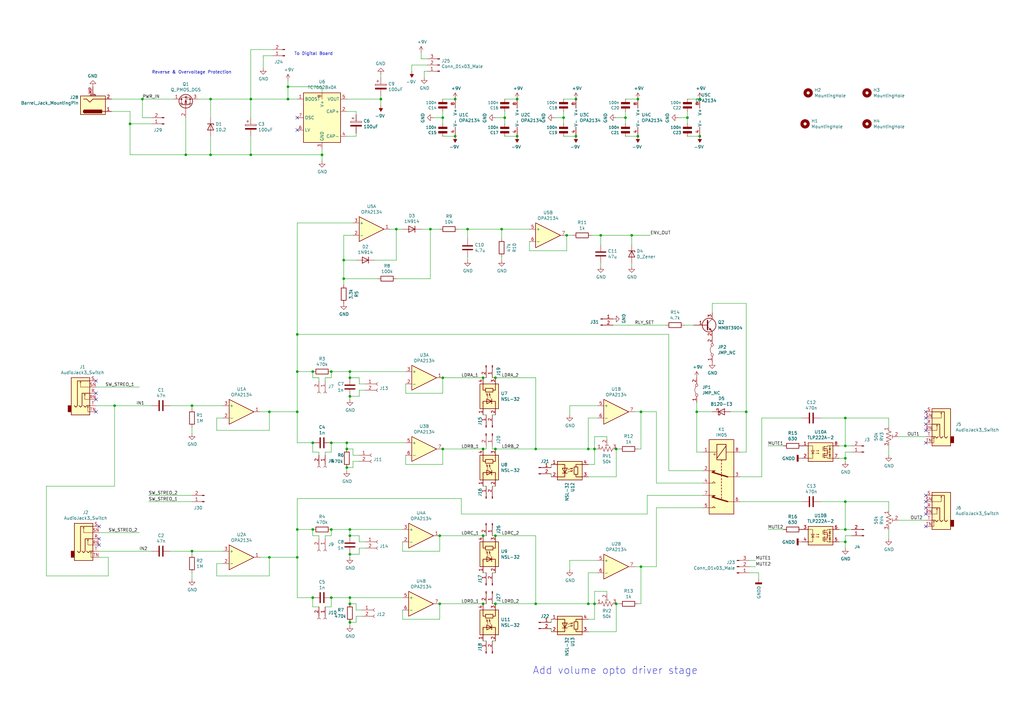
<source format=kicad_sch>
(kicad_sch (version 20211123) (generator eeschema)
  (paper "A3")
  (junction (at 261.62 55.88))
  (junction (at 156.21 40.64))
  (junction (at 306.07 168.91))
  (junction (at 143.51 255.27))
  (junction (at 121.92 168.91))
  (junction (at 128.27 245.11))
  (junction (at 176.53 93.98))
  (junction (at 262.89 168.91))
  (junction (at 243.84 184.15))
  (junction (at 102.87 40.64))
  (junction (at 110.49 168.91))
  (junction (at 203.2 247.65))
  (junction (at 121.92 228.6))
  (junction (at 212.09 40.64))
  (junction (at 135.89 217.17))
  (junction (at 186.69 55.88))
  (junction (at 143.51 219.71))
  (junction (at 140.97 106.68))
  (junction (at 236.22 40.64))
  (junction (at 78.74 166.37))
  (junction (at 241.3 247.65))
  (junction (at 135.89 245.11))
  (junction (at 135.89 181.61))
  (junction (at 212.09 55.88))
  (junction (at 241.3 184.15))
  (junction (at 143.51 162.56))
  (junction (at 110.49 228.6))
  (junction (at 252.73 247.65))
  (junction (at 143.51 217.17))
  (junction (at 102.87 63.5))
  (junction (at 181.61 154.94))
  (junction (at 132.08 63.5))
  (junction (at 231.14 48.26))
  (junction (at 135.89 152.4))
  (junction (at 118.11 40.64))
  (junction (at 191.77 93.98))
  (junction (at 203.2 184.15))
  (junction (at 76.2 63.5))
  (junction (at 53.34 50.8))
  (junction (at 143.51 154.94))
  (junction (at 219.71 247.65))
  (junction (at 346.71 171.45))
  (junction (at 219.71 184.15))
  (junction (at 236.22 55.88))
  (junction (at 232.41 96.52))
  (junction (at 198.12 154.94))
  (junction (at 143.51 247.65))
  (junction (at 346.71 205.74))
  (junction (at 259.08 96.52))
  (junction (at 180.34 219.71))
  (junction (at 143.51 152.4))
  (junction (at 186.69 40.64))
  (junction (at 142.24 191.77))
  (junction (at 58.42 40.64))
  (junction (at 140.97 114.3))
  (junction (at 262.89 232.41))
  (junction (at 207.01 48.26))
  (junction (at 86.36 63.5))
  (junction (at 118.11 35.56))
  (junction (at 346.71 187.96))
  (junction (at 86.36 40.64))
  (junction (at 346.71 222.25))
  (junction (at 121.92 137.16))
  (junction (at 181.61 48.26))
  (junction (at 198.12 247.65))
  (junction (at 128.27 217.17))
  (junction (at 180.34 247.65))
  (junction (at 181.61 184.15))
  (junction (at 287.02 55.88))
  (junction (at 143.51 245.11))
  (junction (at 261.62 40.64))
  (junction (at 281.94 48.26))
  (junction (at 205.74 93.98))
  (junction (at 256.54 48.26))
  (junction (at 287.02 40.64))
  (junction (at 198.12 219.71))
  (junction (at 121.92 152.4))
  (junction (at 346.71 217.17))
  (junction (at 198.12 184.15))
  (junction (at 243.84 247.65))
  (junction (at 346.71 182.88))
  (junction (at 142.24 184.15))
  (junction (at 285.75 168.91))
  (junction (at 128.27 181.61))
  (junction (at 252.73 184.15))
  (junction (at 203.2 219.71))
  (junction (at 121.92 217.17))
  (junction (at 246.38 96.52))
  (junction (at 78.74 226.06))
  (junction (at 142.24 181.61))
  (junction (at 203.2 154.94))
  (junction (at 46.99 166.37))
  (junction (at 128.27 152.4))
  (junction (at 162.56 93.98))
  (junction (at 143.51 227.33))
  (no_connect (at 39.37 163.83))
  (no_connect (at 121.92 53.34))
  (no_connect (at 379.73 168.91))
  (no_connect (at 379.73 176.53))
  (no_connect (at 379.73 171.45))
  (no_connect (at 39.37 168.91))
  (no_connect (at 40.64 215.9))
  (no_connect (at 379.73 210.82))
  (no_connect (at 40.64 223.52))
  (no_connect (at 39.37 161.29))
  (no_connect (at 379.73 208.28))
  (no_connect (at 40.64 220.98))
  (no_connect (at 379.73 205.74))
  (no_connect (at 379.73 173.99))
  (no_connect (at 121.92 48.26))
  (no_connect (at 379.73 181.61))
  (no_connect (at 39.37 156.21))
  (no_connect (at 379.73 215.9))
  (no_connect (at 379.73 203.2))
  (wire (pts (xy 176.53 93.98) (xy 172.72 93.98)))
  (wire (pts (xy 256.54 50.8) (xy 256.54 48.26)))
  (wire (pts (xy 143.51 256.54) (xy 143.51 255.27)))
  (wire (pts (xy 243.84 179.07) (xy 243.84 184.15)))
  (wire (pts (xy 251.46 133.35) (xy 273.05 133.35)))
  (wire (pts (xy 146.05 252.73) (xy 146.05 255.27)))
  (wire (pts (xy 86.36 40.64) (xy 102.87 40.64)))
  (wire (pts (xy 165.1 226.06) (xy 180.34 226.06)))
  (wire (pts (xy 78.74 227.33) (xy 78.74 226.06)))
  (wire (pts (xy 86.36 63.5) (xy 102.87 63.5)))
  (wire (pts (xy 233.68 166.37) (xy 233.68 170.18)))
  (wire (pts (xy 140.97 96.52) (xy 140.97 106.68)))
  (wire (pts (xy 344.17 182.88) (xy 346.71 182.88)))
  (wire (pts (xy 149.86 157.48) (xy 147.32 157.48)))
  (wire (pts (xy 146.05 55.88) (xy 146.05 54.61)))
  (wire (pts (xy 86.36 48.26) (xy 86.36 40.64)))
  (wire (pts (xy 132.08 63.5) (xy 132.08 66.04)))
  (wire (pts (xy 269.24 208.28) (xy 269.24 232.41)))
  (wire (pts (xy 205.74 97.79) (xy 205.74 93.98)))
  (wire (pts (xy 281.94 40.64) (xy 287.02 40.64)))
  (wire (pts (xy 181.61 154.94) (xy 198.12 154.94)))
  (wire (pts (xy 106.68 168.91) (xy 110.49 168.91)))
  (wire (pts (xy 288.29 198.12) (xy 269.24 198.12)))
  (wire (pts (xy 201.93 234.95) (xy 203.2 234.95)))
  (wire (pts (xy 144.78 184.15) (xy 142.24 184.15)))
  (wire (pts (xy 189.23 204.47) (xy 189.23 210.82)))
  (wire (pts (xy 201.93 262.89) (xy 203.2 262.89)))
  (wire (pts (xy 252.73 259.08) (xy 252.73 247.65)))
  (wire (pts (xy 328.93 205.74) (xy 303.53 205.74)))
  (wire (pts (xy 128.27 217.17) (xy 121.92 217.17)))
  (wire (pts (xy 143.51 247.65) (xy 143.51 245.11)))
  (wire (pts (xy 140.97 114.3) (xy 140.97 116.84)))
  (wire (pts (xy 143.51 163.83) (xy 143.51 162.56)))
  (wire (pts (xy 262.89 168.91) (xy 260.35 168.91)))
  (wire (pts (xy 177.8 48.26) (xy 181.61 48.26)))
  (wire (pts (xy 166.37 190.5) (xy 181.61 190.5)))
  (wire (pts (xy 121.92 137.16) (xy 121.92 91.44)))
  (wire (pts (xy 46.99 166.37) (xy 62.23 166.37)))
  (wire (pts (xy 203.2 184.15) (xy 219.71 184.15)))
  (wire (pts (xy 344.17 222.25) (xy 346.71 222.25)))
  (wire (pts (xy 156.21 30.48) (xy 156.21 31.75)))
  (wire (pts (xy 121.92 204.47) (xy 189.23 204.47)))
  (wire (pts (xy 328.93 171.45) (xy 312.42 171.45)))
  (wire (pts (xy 243.84 184.15) (xy 245.11 184.15)))
  (wire (pts (xy 285.75 185.42) (xy 288.29 185.42)))
  (wire (pts (xy 135.89 154.94) (xy 135.89 152.4)))
  (wire (pts (xy 143.51 228.6) (xy 143.51 227.33)))
  (wire (pts (xy 181.61 40.64) (xy 186.69 40.64)))
  (wire (pts (xy 78.74 237.49) (xy 78.74 234.95)))
  (wire (pts (xy 241.3 195.58) (xy 252.73 195.58)))
  (wire (pts (xy 102.87 48.26) (xy 102.87 40.64)))
  (wire (pts (xy 143.51 217.17) (xy 165.1 217.17)))
  (wire (pts (xy 306.07 168.91) (xy 306.07 185.42)))
  (wire (pts (xy 156.21 39.37) (xy 156.21 40.64)))
  (wire (pts (xy 269.24 232.41) (xy 262.89 232.41)))
  (wire (pts (xy 135.89 217.17) (xy 143.51 217.17)))
  (wire (pts (xy 252.73 247.65) (xy 254 247.65)))
  (wire (pts (xy 162.56 106.68) (xy 162.56 93.98)))
  (wire (pts (xy 53.34 50.8) (xy 53.34 63.5)))
  (wire (pts (xy 199.39 154.94) (xy 198.12 154.94)))
  (wire (pts (xy 121.92 204.47) (xy 121.92 217.17)))
  (wire (pts (xy 133.35 154.94) (xy 135.89 154.94)))
  (wire (pts (xy 62.23 50.8) (xy 53.34 50.8)))
  (wire (pts (xy 248.92 180.34) (xy 248.92 179.07)))
  (wire (pts (xy 245.11 229.87) (xy 233.68 229.87)))
  (wire (pts (xy 285.75 165.1) (xy 285.75 168.91)))
  (wire (pts (xy 243.84 242.57) (xy 243.84 247.65)))
  (wire (pts (xy 132.08 60.96) (xy 132.08 63.5)))
  (wire (pts (xy 140.97 114.3) (xy 140.97 106.68)))
  (wire (pts (xy 203.2 247.65) (xy 219.71 247.65)))
  (wire (pts (xy 203.2 219.71) (xy 219.71 219.71)))
  (wire (pts (xy 314.96 182.88) (xy 321.31 182.88)))
  (wire (pts (xy 160.02 93.98) (xy 162.56 93.98)))
  (wire (pts (xy 133.35 220.98) (xy 133.35 219.71)))
  (wire (pts (xy 306.07 185.42) (xy 303.53 185.42)))
  (wire (pts (xy 261.62 184.15) (xy 262.89 184.15)))
  (wire (pts (xy 133.35 185.42) (xy 135.89 185.42)))
  (wire (pts (xy 180.34 254) (xy 180.34 247.65)))
  (wire (pts (xy 266.7 96.52) (xy 259.08 96.52)))
  (wire (pts (xy 121.92 181.61) (xy 128.27 181.61)))
  (wire (pts (xy 58.42 48.26) (xy 58.42 40.64)))
  (wire (pts (xy 336.55 171.45) (xy 346.71 171.45)))
  (wire (pts (xy 78.74 166.37) (xy 91.44 166.37)))
  (wire (pts (xy 259.08 107.95) (xy 259.08 109.22)))
  (wire (pts (xy 349.25 185.42) (xy 346.71 185.42)))
  (wire (pts (xy 78.74 203.2) (xy 60.96 203.2)))
  (wire (pts (xy 191.77 97.79) (xy 191.77 93.98)))
  (wire (pts (xy 88.9 171.45) (xy 88.9 176.53)))
  (wire (pts (xy 245.11 234.95) (xy 241.3 234.95)))
  (wire (pts (xy 110.49 228.6) (xy 121.92 228.6)))
  (wire (pts (xy 181.61 50.8) (xy 181.61 48.26)))
  (wire (pts (xy 107.95 22.86) (xy 111.76 22.86)))
  (wire (pts (xy 78.74 226.06) (xy 69.85 226.06)))
  (wire (pts (xy 241.3 254) (xy 243.84 254)))
  (wire (pts (xy 166.37 152.4) (xy 143.51 152.4)))
  (wire (pts (xy 241.3 259.08) (xy 252.73 259.08)))
  (wire (pts (xy 58.42 40.64) (xy 71.12 40.64)))
  (wire (pts (xy 143.51 245.11) (xy 165.1 245.11)))
  (wire (pts (xy 166.37 186.69) (xy 166.37 190.5)))
  (wire (pts (xy 346.71 205.74) (xy 364.49 205.74)))
  (wire (pts (xy 207.01 55.88) (xy 212.09 55.88)))
  (wire (pts (xy 166.37 157.48) (xy 166.37 161.29)))
  (wire (pts (xy 144.78 186.69) (xy 144.78 184.15)))
  (wire (pts (xy 261.62 247.65) (xy 262.89 247.65)))
  (wire (pts (xy 110.49 228.6) (xy 106.68 228.6)))
  (wire (pts (xy 243.84 190.5) (xy 243.84 184.15)))
  (wire (pts (xy 154.94 114.3) (xy 140.97 114.3)))
  (wire (pts (xy 146.05 45.72) (xy 142.24 45.72)))
  (wire (pts (xy 135.89 181.61) (xy 142.24 181.61)))
  (wire (pts (xy 245.11 171.45) (xy 241.3 171.45)))
  (wire (pts (xy 346.71 219.71) (xy 346.71 222.25)))
  (wire (pts (xy 201.93 182.88) (xy 201.93 184.15)))
  (wire (pts (xy 226.06 255.27) (xy 226.06 254)))
  (wire (pts (xy 135.89 152.4) (xy 143.51 152.4)))
  (wire (pts (xy 217.17 99.06) (xy 217.17 102.87)))
  (wire (pts (xy 368.3 213.36) (xy 379.73 213.36)))
  (wire (pts (xy 201.93 170.18) (xy 203.2 170.18)))
  (wire (pts (xy 307.34 229.87) (xy 309.88 229.87)))
  (wire (pts (xy 133.35 248.92) (xy 135.89 248.92)))
  (wire (pts (xy 307.34 232.41) (xy 309.88 232.41)))
  (wire (pts (xy 147.32 186.69) (xy 144.78 186.69)))
  (wire (pts (xy 132.08 38.1) (xy 132.08 35.56)))
  (wire (pts (xy 165.1 93.98) (xy 162.56 93.98)))
  (wire (pts (xy 181.61 190.5) (xy 181.61 184.15)))
  (wire (pts (xy 246.38 109.22) (xy 246.38 107.95)))
  (wire (pts (xy 46.99 199.39) (xy 19.05 199.39)))
  (wire (pts (xy 252.73 195.58) (xy 252.73 184.15)))
  (wire (pts (xy 147.32 219.71) (xy 143.51 219.71)))
  (wire (pts (xy 86.36 55.88) (xy 86.36 63.5)))
  (wire (pts (xy 187.96 93.98) (xy 191.77 93.98)))
  (wire (pts (xy 128.27 154.94) (xy 128.27 152.4)))
  (wire (pts (xy 346.71 185.42) (xy 346.71 187.96)))
  (wire (pts (xy 241.3 190.5) (xy 243.84 190.5)))
  (wire (pts (xy 349.25 219.71) (xy 346.71 219.71)))
  (wire (pts (xy 205.74 93.98) (xy 191.77 93.98)))
  (wire (pts (xy 189.23 210.82) (xy 265.43 210.82)))
  (wire (pts (xy 165.1 254) (xy 180.34 254)))
  (wire (pts (xy 19.05 199.39) (xy 19.05 236.22)))
  (wire (pts (xy 269.24 198.12) (xy 269.24 168.91)))
  (wire (pts (xy 53.34 45.72) (xy 53.34 50.8)))
  (wire (pts (xy 110.49 236.22) (xy 110.49 228.6)))
  (wire (pts (xy 175.26 26.67) (xy 168.91 26.67)))
  (wire (pts (xy 364.49 220.98) (xy 364.49 217.17)))
  (wire (pts (xy 172.72 21.59) (xy 172.72 24.13)))
  (wire (pts (xy 180.34 247.65) (xy 198.12 247.65)))
  (wire (pts (xy 248.92 242.57) (xy 243.84 242.57)))
  (wire (pts (xy 207.01 40.64) (xy 212.09 40.64)))
  (wire (pts (xy 336.55 205.74) (xy 346.71 205.74)))
  (wire (pts (xy 226.06 194.31) (xy 226.06 195.58)))
  (wire (pts (xy 248.92 179.07) (xy 243.84 179.07)))
  (wire (pts (xy 149.86 160.02) (xy 147.32 160.02)))
  (wire (pts (xy 147.32 222.25) (xy 147.32 219.71)))
  (wire (pts (xy 262.89 232.41) (xy 260.35 232.41)))
  (wire (pts (xy 219.71 219.71) (xy 219.71 247.65)))
  (wire (pts (xy 91.44 231.14) (xy 88.9 231.14)))
  (wire (pts (xy 88.9 176.53) (xy 110.49 176.53)))
  (wire (pts (xy 245.11 166.37) (xy 233.68 166.37)))
  (wire (pts (xy 201.93 184.15) (xy 203.2 184.15)))
  (wire (pts (xy 121.92 152.4) (xy 121.92 168.91)))
  (wire (pts (xy 110.49 176.53) (xy 110.49 168.91)))
  (wire (pts (xy 39.37 158.75) (xy 57.15 158.75)))
  (wire (pts (xy 147.32 227.33) (xy 143.51 227.33)))
  (wire (pts (xy 346.71 217.17) (xy 349.25 217.17)))
  (wire (pts (xy 262.89 232.41) (xy 262.89 247.65)))
  (wire (pts (xy 121.92 137.16) (xy 121.92 152.4)))
  (wire (pts (xy 166.37 161.29) (xy 181.61 161.29)))
  (wire (pts (xy 142.24 55.88) (xy 146.05 55.88)))
  (wire (pts (xy 102.87 20.32) (xy 111.76 20.32)))
  (wire (pts (xy 199.39 199.39) (xy 198.12 199.39)))
  (wire (pts (xy 118.11 33.02) (xy 118.11 35.56)))
  (wire (pts (xy 262.89 168.91) (xy 262.89 184.15)))
  (wire (pts (xy 285.75 168.91) (xy 285.75 185.42)))
  (wire (pts (xy 176.53 114.3) (xy 176.53 93.98)))
  (wire (pts (xy 130.81 220.98) (xy 130.81 219.71)))
  (wire (pts (xy 135.89 248.92) (xy 135.89 245.11)))
  (wire (pts (xy 40.64 218.44) (xy 57.15 218.44)))
  (wire (pts (xy 133.35 219.71) (xy 135.89 219.71)))
  (wire (pts (xy 133.35 186.69) (xy 133.35 185.42)))
  (wire (pts (xy 128.27 248.92) (xy 128.27 245.11)))
  (wire (pts (xy 180.34 219.71) (xy 198.12 219.71)))
  (wire (pts (xy 107.95 27.94) (xy 107.95 22.86)))
  (wire (pts (xy 146.05 247.65) (xy 143.51 247.65)))
  (wire (pts (xy 128.27 219.71) (xy 128.27 217.17)))
  (wire (pts (xy 205.74 105.41) (xy 205.74 106.68)))
  (wire (pts (xy 146.05 250.19) (xy 146.05 247.65)))
  (wire (pts (xy 281.94 55.88) (xy 287.02 55.88)))
  (wire (pts (xy 144.78 189.23) (xy 144.78 191.77)))
  (wire (pts (xy 146.05 106.68) (xy 140.97 106.68)))
  (wire (pts (xy 217.17 93.98) (xy 205.74 93.98)))
  (wire (pts (xy 312.42 195.58) (xy 303.53 195.58)))
  (wire (pts (xy 78.74 177.8) (xy 78.74 175.26)))
  (wire (pts (xy 252.73 48.26) (xy 256.54 48.26)))
  (wire (pts (xy 110.49 168.91) (xy 121.92 168.91)))
  (wire (pts (xy 248.92 243.84) (xy 248.92 242.57)))
  (wire (pts (xy 121.92 91.44) (xy 144.78 91.44)))
  (wire (pts (xy 288.29 208.28) (xy 269.24 208.28)))
  (wire (pts (xy 88.9 231.14) (xy 88.9 236.22)))
  (wire (pts (xy 226.06 191.77) (xy 226.06 190.5)))
  (wire (pts (xy 135.89 245.11) (xy 143.51 245.11)))
  (wire (pts (xy 102.87 40.64) (xy 102.87 20.32)))
  (wire (pts (xy 147.32 157.48) (xy 147.32 154.94)))
  (wire (pts (xy 346.71 182.88) (xy 346.71 171.45)))
  (wire (pts (xy 280.67 133.35) (xy 284.48 133.35)))
  (wire (pts (xy 128.27 185.42) (xy 128.27 181.61)))
  (wire (pts (xy 130.81 248.92) (xy 128.27 248.92)))
  (wire (pts (xy 102.87 55.88) (xy 102.87 63.5)))
  (wire (pts (xy 78.74 167.64) (xy 78.74 166.37)))
  (wire (pts (xy 180.34 93.98) (xy 176.53 93.98)))
  (wire (pts (xy 153.67 106.68) (xy 162.56 106.68)))
  (wire (pts (xy 265.43 210.82) (xy 265.43 203.2)))
  (wire (pts (xy 306.07 124.46) (xy 306.07 168.91)))
  (wire (pts (xy 76.2 48.26) (xy 76.2 63.5)))
  (wire (pts (xy 265.43 203.2) (xy 288.29 203.2)))
  (wire (pts (xy 242.57 96.52) (xy 246.38 96.52)))
  (wire (pts (xy 121.92 245.11) (xy 128.27 245.11)))
  (wire (pts (xy 243.84 184.15) (xy 241.3 184.15)))
  (wire (pts (xy 130.81 154.94) (xy 128.27 154.94)))
  (wire (pts (xy 199.39 219.71) (xy 198.12 219.71)))
  (wire (pts (xy 219.71 247.65) (xy 241.3 247.65)))
  (wire (pts (xy 46.99 166.37) (xy 46.99 199.39)))
  (wire (pts (xy 128.27 152.4) (xy 121.92 152.4)))
  (wire (pts (xy 344.17 217.17) (xy 346.71 217.17)))
  (wire (pts (xy 102.87 40.64) (xy 118.11 40.64)))
  (wire (pts (xy 281.94 48.26) (xy 281.94 45.72)))
  (wire (pts (xy 243.84 247.65) (xy 245.11 247.65)))
  (wire (pts (xy 168.91 26.67) (xy 168.91 29.21)))
  (wire (pts (xy 143.51 219.71) (xy 143.51 217.17)))
  (wire (pts (xy 53.34 63.5) (xy 76.2 63.5)))
  (wire (pts (xy 346.71 222.25) (xy 346.71 224.79)))
  (wire (pts (xy 180.34 226.06) (xy 180.34 219.71)))
  (wire (pts (xy 364.49 186.69) (xy 364.49 182.88)))
  (wire (pts (xy 364.49 175.26) (xy 364.49 171.45)))
  (wire (pts (xy 241.3 234.95) (xy 241.3 247.65)))
  (wire (pts (xy 130.81 219.71) (xy 128.27 219.71)))
  (wire (pts (xy 346.71 182.88) (xy 349.25 182.88)))
  (wire (pts (xy 292.1 168.91) (xy 285.75 168.91)))
  (wire (pts (xy 344.17 187.96) (xy 346.71 187.96)))
  (wire (pts (xy 226.06 257.81) (xy 226.06 259.08)))
  (wire (pts (xy 281.94 50.8) (xy 281.94 48.26)))
  (wire (pts (xy 199.39 262.89) (xy 198.12 262.89)))
  (wire (pts (xy 346.71 171.45) (xy 364.49 171.45)))
  (wire (pts (xy 45.72 40.64) (xy 58.42 40.64)))
  (wire (pts (xy 203.2 48.26) (xy 207.01 48.26)))
  (wire (pts (xy 274.32 193.04) (xy 274.32 137.16)))
  (wire (pts (xy 118.11 35.56) (xy 132.08 35.56)))
  (wire (pts (xy 181.61 184.15) (xy 198.12 184.15)))
  (wire (pts (xy 40.64 226.06) (xy 62.23 226.06)))
  (wire (pts (xy 181.61 161.29) (xy 181.61 154.94)))
  (wire (pts (xy 121.92 168.91) (xy 121.92 181.61)))
  (wire (pts (xy 274.32 137.16) (xy 121.92 137.16)))
  (wire (pts (xy 165.1 222.25) (xy 165.1 226.06)))
  (wire (pts (xy 181.61 48.26) (xy 181.61 45.72)))
  (wire (pts (xy 368.3 179.07) (xy 379.73 179.07)))
  (wire (pts (xy 147.32 189.23) (xy 144.78 189.23)))
  (wire (pts (xy 149.86 222.25) (xy 147.32 222.25)))
  (wire (pts (xy 44.45 236.22) (xy 44.45 228.6)))
  (wire (pts (xy 143.51 154.94) (xy 143.51 152.4)))
  (wire (pts (xy 19.05 236.22) (xy 44.45 236.22)))
  (wire (pts (xy 173.99 31.75) (xy 173.99 29.21)))
  (wire (pts (xy 91.44 171.45) (xy 88.9 171.45)))
  (wire (pts (xy 135.89 219.71) (xy 135.89 217.17)))
  (wire (pts (xy 147.32 162.56) (xy 143.51 162.56)))
  (wire (pts (xy 173.99 29.21) (xy 175.26 29.21)))
  (wire (pts (xy 234.95 96.52) (xy 232.41 96.52)))
  (wire (pts (xy 146.05 46.99) (xy 146.05 45.72)))
  (wire (pts (xy 156.21 40.64) (xy 142.24 40.64)))
  (wire (pts (xy 231.14 40.64) (xy 236.22 40.64)))
  (wire (pts (xy 39.37 166.37) (xy 46.99 166.37)))
  (wire (pts (xy 86.36 63.5) (xy 76.2 63.5)))
  (wire (pts (xy 165.1 250.19) (xy 165.1 254)))
  (wire (pts (xy 299.72 168.91) (xy 306.07 168.91)))
  (wire (pts (xy 146.05 255.27) (xy 143.51 255.27)))
  (wire (pts (xy 45.72 45.72) (xy 53.34 45.72)))
  (wire (pts (xy 256.54 40.64) (xy 261.62 40.64)))
  (wire (pts (xy 292.1 128.27) (xy 292.1 124.46)))
  (wire (pts (xy 156.21 40.64) (xy 156.21 43.18)))
  (wire (pts (xy 162.56 114.3) (xy 176.53 114.3)))
  (wire (pts (xy 181.61 55.88) (xy 186.69 55.88)))
  (wire (pts (xy 364.49 209.55) (xy 364.49 205.74)))
  (wire (pts (xy 312.42 171.45) (xy 312.42 195.58)))
  (wire (pts (xy 172.72 24.13) (xy 175.26 24.13)))
  (wire (pts (xy 232.41 102.87) (xy 232.41 96.52)))
  (wire (pts (xy 44.45 228.6) (xy 40.64 228.6)))
  (wire (pts (xy 130.81 186.69) (xy 130.81 185.42)))
  (wire (pts (xy 199.39 234.95) (xy 198.12 234.95)))
  (wire (pts (xy 118.11 35.56) (xy 118.11 40.64)))
  (wire (pts (xy 201.93 219.71) (xy 203.2 219.71)))
  (wire (pts (xy 256.54 55.88) (xy 261.62 55.88)))
  (wire (pts (xy 246.38 100.33) (xy 246.38 96.52)))
  (wire (pts (xy 346.71 187.96) (xy 346.71 189.23)))
  (wire (pts (xy 60.96 205.74) (xy 78.74 205.74)))
  (wire (pts (xy 201.93 154.94) (xy 203.2 154.94)))
  (wire (pts (xy 78.74 166.37) (xy 69.85 166.37)))
  (wire (pts (xy 231.14 48.26) (xy 231.14 45.72)))
  (wire (pts (xy 81.28 40.64) (xy 86.36 40.64)))
  (wire (pts (xy 118.11 40.64) (xy 121.92 40.64)))
  (wire (pts (xy 241.3 171.45) (xy 241.3 184.15)))
  (wire (pts (xy 142.24 184.15) (xy 142.24 181.61)))
  (wire (pts (xy 288.29 193.04) (xy 274.32 193.04)))
  (wire (pts (xy 292.1 124.46) (xy 306.07 124.46)))
  (wire (pts (xy 148.59 252.73) (xy 146.05 252.73)))
  (wire (pts (xy 144.78 191.77) (xy 142.24 191.77)))
  (wire (pts (xy 217.17 102.87) (xy 232.41 102.87)))
  (wire (pts (xy 233.68 229.87) (xy 233.68 233.68)))
  (wire (pts (xy 191.77 106.68) (xy 191.77 105.41)))
  (wire (pts (xy 199.39 184.15) (xy 198.12 184.15)))
  (wire (pts (xy 62.23 48.26) (xy 58.42 48.26)))
  (wire (pts (xy 147.32 160.02) (xy 147.32 162.56)))
  (wire (pts (xy 142.24 181.61) (xy 166.37 181.61)))
  (wire (pts (xy 148.59 250.19) (xy 146.05 250.19)))
  (wire (pts (xy 227.33 48.26) (xy 231.14 48.26)))
  (wire (pts (xy 142.24 193.04) (xy 142.24 191.77)))
  (wire (pts (xy 147.32 154.94) (xy 143.51 154.94)))
  (wire (pts (xy 149.86 224.79) (xy 147.32 224.79)))
  (wire (pts (xy 219.71 184.15) (xy 241.3 184.15)))
  (wire (pts (xy 201.93 199.39) (xy 203.2 199.39)))
  (wire (pts (xy 144.78 96.52) (xy 140.97 96.52)))
  (wire (pts (xy 278.13 48.26) (xy 281.94 48.26)))
  (wire (pts (xy 130.81 185.42) (xy 128.27 185.42)))
  (wire (pts (xy 231.14 55.88) (xy 236.22 55.88)))
  (wire (pts (xy 147.32 224.79) (xy 147.32 227.33)))
  (wire (pts (xy 256.54 48.26) (xy 256.54 45.72)))
  (wire (pts (xy 199.39 182.88) (xy 199.39 184.15)))
  (wire (pts (xy 269.24 168.91) (xy 262.89 168.91)))
  (wire (pts (xy 346.71 217.17) (xy 346.71 205.74)))
  (wire (pts (xy 121.92 228.6) (xy 121.92 245.11)))
  (wire (pts (xy 243.84 247.65) (xy 241.3 247.65)))
  (wire (pts (xy 311.15 234.95) (xy 307.34 234.95)))
  (wire (pts (xy 201.93 247.65) (xy 203.2 247.65)))
  (wire (pts (xy 207.01 50.8) (xy 207.01 48.26)))
  (wire (pts (xy 252.73 184.15) (xy 254 184.15)))
  (wire (pts (xy 88.9 236.22) (xy 110.49 236.22)))
  (wire (pts (xy 259.08 100.33) (xy 259.08 96.52)))
  (wire (pts (xy 121.92 217.17) (xy 121.92 228.6)))
  (wire (pts (xy 207.01 48.26) (xy 207.01 45.72)))
  (wire (pts (xy 311.15 237.49) (xy 311.15 234.95)))
  (wire (pts (xy 259.08 96.52) (xy 246.38 96.52)))
  (wire (pts (xy 133.35 156.21) (xy 133.35 154.94)))
  (wire (pts (xy 78.74 226.06) (xy 91.44 226.06)))
  (wire (pts (xy 130.81 156.21) (xy 130.81 154.94)))
  (wire (pts (xy 132.08 63.5) (xy 102.87 63.5)))
  (wire (pts (xy 219.71 154.94) (xy 219.71 184.15)))
  (wire (pts (xy 314.96 217.17) (xy 321.31 217.17)))
  (wire (pts (xy 231.14 50.8) (xy 231.14 48.26)))
  (wire (pts (xy 203.2 154.94) (xy 219.71 154.94)))
  (wire (pts (xy 135.89 185.42) (xy 135.89 181.61)))
  (wire (pts (xy 199.39 247.65) (xy 198.12 247.65)))
  (wire (pts (xy 199.39 170.18) (xy 198.12 170.18)))
  (wire (pts (xy 243.84 254) (xy 243.84 247.65)))
  (text "Add volume opto driver stage" (at 218.44 276.86 0) (effects (font (size 2.9972 2.9972)) (justify left bottom)))
  (text "Reverse & Overvoltage Protection" (at 62.23 30.48 0) (effects (font (size 1.27 1.27)) (justify left bottom)))
  (text "To Digital Board" (at 120.65 22.86 0) (effects (font (size 1.27 1.27)) (justify left bottom)))
  (label "SW_STREO_2" (at 60.96 203.2 0))
  (label "IN2" (at 57.15 226.06 0))
  (label "MUTE2" (at 309.88 232.41 0))
  (label "LDRC_2" (at 205.74 219.71 0))
  (label "LDRA_1" (at 189.23 154.94 0))
  (label "RLY_SET" (at 260.35 133.35 0))
  (label "LDRD_2" (at 205.74 247.65 0))
  (label "LDRA_2" (at 205.74 154.94 0))
  (label "MUTE2" (at 314.96 217.17 0))
  (label "IN1" (at 55.88 166.37 0))
  (label "SW_STREO_1" (at 60.96 205.74 0))
  (label "ENV_OUT" (at 266.7 96.52 0))
  (label "PWR_IN" (at 58.42 40.64 0))
  (label "OUT1" (at 372.11 179.07 0))
  (label "LDRC_1" (at 189.23 219.71 0))
  (label "OUT2" (at 373.38 213.36 0))
  (label "MUTE1" (at 314.96 182.88 0))
  (label "LDRD_1" (at 189.23 247.65 0))
  (label "SW_STREO_2" (at 44.45 218.44 0))
  (label "LDRB_1" (at 189.23 184.15 0))
  (label "LDRB_2" (at 205.74 184.15 0))
  (label "MUTE1" (at 309.88 229.87 0))
  (label "SW_STREO_1" (at 43.18 158.75 0))
  (symbol (lib_id "Amplifier_Operational:OPA2134") (at 99.06 168.91 0) (unit 1)
    (property "Reference" "U1" (at 99.06 159.5882 0))
    (property "Value" "OPA2134" (at 99.06 161.8996 0))
    (property "Footprint" "Package_DIP:DIP-8_W7.62mm" (effects hide))
    (property "Datasheet" "http://www.ti.com/lit/ds/symlink/opa134.pdf" (effects hide))
  )
  (symbol (lib_id "Amplifier_Operational:OPA2134") (at 173.99 154.94 0) (unit 1)
    (property "Reference" "U3" (at 173.99 145.6182 0))
    (property "Value" "OPA2134" (at 173.99 147.9296 0))
    (property "Footprint" "Package_DIP:DIP-8_W7.62mm" (effects hide))
    (property "Datasheet" "http://www.ti.com/lit/ds/symlink/opa134.pdf" (effects hide))
  )
  (symbol (lib_id "Amplifier_Operational:OPA2134") (at 189.23 48.26 0) (unit 3)
    (property "Reference" "U1" (at 188.1632 47.0916 0) (effects (justify left)))
    (property "Value" "OPA2134" (at 188.1632 49.403 0) (effects (justify left)))
    (property "Footprint" "Package_DIP:DIP-8_W7.62mm" (effects hide))
    (property "Datasheet" "http://www.ti.com/lit/ds/symlink/opa134.pdf" (effects hide))
  )
  (symbol (lib_id "power:+9V") (at 186.69 40.64 0) (unit 1)
    (property "Reference" "#PWR012" (effects hide))
    (property "Value" "+9V" (at 187.071 36.2458 0))
  )
  (symbol (lib_id "power:-9V") (at 186.69 55.88 180) (unit 1)
    (property "Reference" "#PWR013" (effects hide))
    (property "Value" "-9V" (at 186.309 60.2742 0))
  )
  (symbol (lib_id "Amplifier_Operational:OPA2134") (at 214.63 48.26 0) (unit 3)
    (property "Reference" "U2" (at 213.5632 47.0916 0) (effects (justify left)))
    (property "Value" "OPA2134" (at 213.5632 49.403 0) (effects (justify left)))
    (property "Footprint" "Package_DIP:DIP-8_W7.62mm" (effects hide))
    (property "Datasheet" "http://www.ti.com/lit/ds/symlink/opa134.pdf" (effects hide))
  )
  (symbol (lib_id "power:+9V") (at 212.09 40.64 0) (unit 1)
    (property "Reference" "#PWR015" (effects hide))
    (property "Value" "+9V" (at 212.471 36.2458 0))
  )
  (symbol (lib_id "power:-9V") (at 212.09 55.88 180) (unit 1)
    (property "Reference" "#PWR016" (effects hide))
    (property "Value" "-9V" (at 211.709 60.2742 0))
  )
  (symbol (lib_id "Amplifier_Operational:OPA2134") (at 238.76 48.26 0) (unit 3)
    (property "Reference" "U3" (at 237.6932 47.0916 0) (effects (justify left)))
    (property "Value" "OPA2134" (at 237.6932 49.403 0) (effects (justify left)))
    (property "Footprint" "Package_DIP:DIP-8_W7.62mm" (effects hide))
    (property "Datasheet" "http://www.ti.com/lit/ds/symlink/opa134.pdf" (effects hide))
  )
  (symbol (lib_id "power:+9V") (at 236.22 40.64 0) (unit 1)
    (property "Reference" "#PWR018" (effects hide))
    (property "Value" "+9V" (at 236.601 36.2458 0))
  )
  (symbol (lib_id "power:-9V") (at 236.22 55.88 180) (unit 1)
    (property "Reference" "#PWR019" (effects hide))
    (property "Value" "-9V" (at 235.839 60.2742 0))
  )
  (symbol (lib_id "Amplifier_Operational:OPA2134") (at 264.16 48.26 0) (unit 3)
    (property "Reference" "U4" (at 263.0932 47.0916 0) (effects (justify left)))
    (property "Value" "OPA2134" (at 263.0932 49.403 0) (effects (justify left)))
    (property "Footprint" "Package_DIP:DIP-8_W7.62mm" (effects hide))
    (property "Datasheet" "http://www.ti.com/lit/ds/symlink/opa134.pdf" (effects hide))
  )
  (symbol (lib_id "power:+9V") (at 261.62 40.64 0) (unit 1)
    (property "Reference" "#PWR022" (effects hide))
    (property "Value" "+9V" (at 262.001 36.2458 0))
  )
  (symbol (lib_id "power:-9V") (at 261.62 55.88 180) (unit 1)
    (property "Reference" "#PWR023" (effects hide))
    (property "Value" "-9V" (at 261.239 60.2742 0))
  )
  (symbol (lib_id "Device:R") (at 78.74 171.45 180) (unit 1)
    (property "Reference" "R1" (at 80.518 170.2816 0) (effects (justify right)))
    (property "Value" "1M" (at 80.518 172.593 0) (effects (justify right)))
    (property "Footprint" "Resistor_THT:R_Axial_DIN0207_L6.3mm_D2.5mm_P7.62mm_Horizontal" (effects hide))
  )
  (symbol (lib_id "Device:C") (at 66.04 166.37 270) (unit 1)
    (property "Reference" "C1" (at 66.04 159.9692 90))
    (property "Value" "47n" (at 66.04 162.2806 90))
    (property "Footprint" "Capacitor_THT:C_Rect_L7.2mm_W4.5mm_P5.00mm_FKS2_FKP2_MKS2_MKP2" (effects hide))
  )
  (symbol (lib_id "Amplifier_Operational:OPA2134") (at 99.06 228.6 0) (unit 1)
    (property "Reference" "U2" (at 99.06 219.2782 0))
    (property "Value" "OPA2134" (at 99.06 221.5896 0))
    (property "Footprint" "Package_DIP:DIP-8_W7.62mm" (effects hide))
    (property "Datasheet" "http://www.ti.com/lit/ds/symlink/opa134.pdf" (effects hide))
  )
  (symbol (lib_id "Device:R") (at 78.74 231.14 180) (unit 1)
    (property "Reference" "R2" (at 80.518 229.9716 0) (effects (justify right)))
    (property "Value" "1M" (at 80.518 232.283 0) (effects (justify right)))
    (property "Footprint" "Resistor_THT:R_Axial_DIN0207_L6.3mm_D2.5mm_P7.62mm_Horizontal" (effects hide))
  )
  (symbol (lib_id "Device:C") (at 66.04 226.06 270) (unit 1)
    (property "Reference" "C2" (at 66.04 219.6592 90))
    (property "Value" "47n" (at 66.04 221.9706 90))
    (property "Footprint" "Capacitor_THT:C_Rect_L7.2mm_W4.5mm_P5.00mm_FKS2_FKP2_MKS2_MKP2" (effects hide))
  )
  (symbol (lib_id "Device:R") (at 142.24 187.96 180) (unit 1)
    (property "Reference" "R6" (at 138.43 186.69 0) (effects (justify right)))
    (property "Value" "470k" (at 135.89 189.23 0) (effects (justify right)))
    (property "Footprint" "Resistor_THT:R_Axial_DIN0207_L6.3mm_D2.5mm_P7.62mm_Horizontal" (effects hide))
  )
  (symbol (lib_id "Device:C") (at 132.08 181.61 270) (unit 1)
    (property "Reference" "C4" (at 132.08 175.2092 90))
    (property "Value" "1n" (at 132.08 177.5206 90))
    (property "Footprint" "Capacitor_THT:C_Rect_L7.2mm_W4.5mm_P5.00mm_FKS2_FKP2_MKS2_MKP2" (effects hide))
  )
  (symbol (lib_id "Device:R") (at 132.08 152.4 90) (unit 1)
    (property "Reference" "R3" (at 132.08 147.1422 90))
    (property "Value" "470k" (at 132.08 149.4536 90))
    (property "Footprint" "Resistor_THT:R_Axial_DIN0207_L6.3mm_D2.5mm_P7.62mm_Horizontal" (effects hide))
  )
  (symbol (lib_id "Device:C") (at 143.51 158.75 180) (unit 1)
    (property "Reference" "C7" (at 138.43 157.48 0) (effects (justify right)))
    (property "Value" "1n" (at 138.43 160.02 0) (effects (justify right)))
    (property "Footprint" "Capacitor_THT:C_Rect_L7.2mm_W4.5mm_P5.00mm_FKS2_FKP2_MKS2_MKP2" (effects hide))
  )
  (symbol (lib_id "power:GND") (at 142.24 193.04 0) (unit 1)
    (property "Reference" "#PWR08" (effects hide))
    (property "Value" "GND" (at 142.367 197.4342 0))
  )
  (symbol (lib_id "power:GND") (at 143.51 163.83 0) (unit 1)
    (property "Reference" "#PWR06" (effects hide))
    (property "Value" "GND" (at 143.637 168.2242 0))
  )
  (symbol (lib_id "Amplifier_Operational:OPA2134") (at 173.99 184.15 0) (unit 2)
    (property "Reference" "U3" (at 173.99 174.8282 0))
    (property "Value" "OPA2134" (at 173.99 177.1396 0))
    (property "Footprint" "Package_DIP:DIP-8_W7.62mm" (effects hide))
    (property "Datasheet" "http://www.ti.com/lit/ds/symlink/opa134.pdf" (effects hide))
  )
  (symbol (lib_id "Amplifier_Operational:OPA2134") (at 252.73 168.91 0) (unit 2)
    (property "Reference" "U1" (at 252.73 159.5882 0))
    (property "Value" "OPA2134" (at 252.73 161.8996 0))
    (property "Footprint" "Package_DIP:DIP-8_W7.62mm" (effects hide))
    (property "Datasheet" "http://www.ti.com/lit/ds/symlink/opa134.pdf" (effects hide))
  )
  (symbol (lib_id "power:GND") (at 233.68 170.18 0) (unit 1)
    (property "Reference" "#PWR020" (effects hide))
    (property "Value" "GND" (at 233.807 174.5742 0))
  )
  (symbol (lib_id "Device:R") (at 257.81 184.15 90) (unit 1)
    (property "Reference" "R12" (at 257.81 178.8922 90))
    (property "Value" "1k" (at 257.81 181.2036 90))
    (property "Footprint" "Resistor_THT:R_Axial_DIN0207_L6.3mm_D2.5mm_P7.62mm_Horizontal" (effects hide))
  )
  (symbol (lib_id "Device:C") (at 332.74 171.45 270) (unit 1)
    (property "Reference" "C12" (at 332.74 165.0492 90))
    (property "Value" "470n" (at 332.74 167.3606 90))
    (property "Footprint" "Capacitor_THT:C_Rect_L7.2mm_W4.5mm_P5.00mm_FKS2_FKP2_MKS2_MKP2" (effects hide))
  )
  (symbol (lib_id "Amplifier_Operational:OPA2134") (at 172.72 219.71 0) (unit 1)
    (property "Reference" "U4" (at 172.72 210.3882 0))
    (property "Value" "OPA2134" (at 172.72 212.6996 0))
    (property "Footprint" "Package_DIP:DIP-8_W7.62mm" (effects hide))
    (property "Datasheet" "http://www.ti.com/lit/ds/symlink/opa134.pdf" (effects hide))
  )
  (symbol (lib_id "Device:R") (at 143.51 251.46 180) (unit 1)
    (property "Reference" "R7" (at 138.43 250.19 0) (effects (justify right)))
    (property "Value" "470k" (at 137.16 252.73 0) (effects (justify right)))
    (property "Footprint" "Resistor_THT:R_Axial_DIN0207_L6.3mm_D2.5mm_P7.62mm_Horizontal" (effects hide))
  )
  (symbol (lib_id "Device:C") (at 132.08 245.11 270) (unit 1)
    (property "Reference" "C5" (at 132.08 238.7092 90))
    (property "Value" "1n" (at 132.08 241.0206 90))
    (property "Footprint" "Capacitor_THT:C_Rect_L7.2mm_W4.5mm_P5.00mm_FKS2_FKP2_MKS2_MKP2" (effects hide))
  )
  (symbol (lib_id "Device:R") (at 132.08 217.17 90) (unit 1)
    (property "Reference" "R4" (at 132.08 211.9122 90))
    (property "Value" "470k" (at 132.08 214.2236 90))
    (property "Footprint" "Resistor_THT:R_Axial_DIN0207_L6.3mm_D2.5mm_P7.62mm_Horizontal" (effects hide))
  )
  (symbol (lib_id "Device:C") (at 143.51 223.52 180) (unit 1)
    (property "Reference" "C8" (at 138.43 222.25 0) (effects (justify right)))
    (property "Value" "1n" (at 138.43 224.79 0) (effects (justify right)))
    (property "Footprint" "Capacitor_THT:C_Rect_L7.2mm_W4.5mm_P5.00mm_FKS2_FKP2_MKS2_MKP2" (effects hide))
  )
  (symbol (lib_id "power:GND") (at 143.51 256.54 0) (unit 1)
    (property "Reference" "#PWR09" (effects hide))
    (property "Value" "GND" (at 143.637 260.9342 0))
  )
  (symbol (lib_id "Amplifier_Operational:OPA2134") (at 172.72 247.65 0) (unit 2)
    (property "Reference" "U4" (at 172.72 238.3282 0))
    (property "Value" "OPA2134" (at 172.72 240.6396 0))
    (property "Footprint" "Package_DIP:DIP-8_W7.62mm" (effects hide))
    (property "Datasheet" "http://www.ti.com/lit/ds/symlink/opa134.pdf" (effects hide))
  )
  (symbol (lib_id "Amplifier_Operational:OPA2134") (at 252.73 232.41 0) (unit 2)
    (property "Reference" "U2" (at 252.73 223.0882 0))
    (property "Value" "OPA2134" (at 252.73 225.3996 0))
    (property "Footprint" "Package_DIP:DIP-8_W7.62mm" (effects hide))
    (property "Datasheet" "http://www.ti.com/lit/ds/symlink/opa134.pdf" (effects hide))
  )
  (symbol (lib_id "power:GND") (at 233.68 233.68 0) (unit 1)
    (property "Reference" "#PWR021" (effects hide))
    (property "Value" "GND" (at 233.807 238.0742 0))
  )
  (symbol (lib_id "Device:C") (at 332.74 205.74 270) (unit 1)
    (property "Reference" "C13" (at 332.74 199.3392 90))
    (property "Value" "470n" (at 332.74 201.6506 90))
    (property "Footprint" "Capacitor_THT:C_Rect_L7.2mm_W4.5mm_P5.00mm_FKS2_FKP2_MKS2_MKP2" (effects hide))
  )
  (symbol (lib_id "power:GND") (at 78.74 177.8 0) (unit 1)
    (property "Reference" "#PWR01" (effects hide))
    (property "Value" "GND" (at 78.867 182.1942 0))
  )
  (symbol (lib_id "power:GND") (at 78.74 237.49 0) (unit 1)
    (property "Reference" "#PWR02" (effects hide))
    (property "Value" "GND" (at 78.867 241.8842 0))
  )
  (symbol (lib_id "AnalogBoard_Rev0-rescue:R_POT_TRIM_US-Device") (at 248.92 184.15 90) (unit 1)
    (property "Reference" "RV1" (at 248.92 187.0202 90))
    (property "Value" "50k" (at 248.92 189.3316 90))
    (property "Footprint" "Potentiometer_THT:Potentiometer_Bourns_3386F_Vertical" (effects hide))
  )
  (symbol (lib_id "Device:R") (at 257.81 247.65 90) (unit 1)
    (property "Reference" "R13" (at 257.81 242.3922 90))
    (property "Value" "1k" (at 257.81 244.7036 90))
    (property "Footprint" "Resistor_THT:R_Axial_DIN0207_L6.3mm_D2.5mm_P7.62mm_Horizontal" (effects hide))
  )
  (symbol (lib_id "AnalogBoard_Rev0-rescue:R_POT_TRIM_US-Device") (at 248.92 247.65 90) (unit 1)
    (property "Reference" "RV2" (at 248.92 250.5202 90))
    (property "Value" "50k" (at 248.92 252.8316 90))
    (property "Footprint" "Potentiometer_THT:Potentiometer_Bourns_3386F_Vertical" (effects hide))
  )
  (symbol (lib_id "AnalogBoard_Rev0-rescue:CP-Device") (at 146.05 50.8 0) (unit 1)
    (property "Reference" "C6" (at 149.0472 49.6316 0) (effects (justify left)))
    (property "Value" "100uF" (at 149.0472 51.943 0) (effects (justify left)))
    (property "Footprint" "Capacitor_THT:CP_Radial_D5.0mm_P2.00mm" (effects hide))
  )
  (symbol (lib_id "AnalogBoard_Rev0-rescue:CP-Device") (at 156.21 35.56 0) (unit 1)
    (property "Reference" "C9" (at 159.2072 34.3916 0) (effects (justify left)))
    (property "Value" "100uF" (at 159.2072 36.703 0) (effects (justify left)))
    (property "Footprint" "Capacitor_THT:CP_Radial_D5.0mm_P2.00mm" (effects hide))
  )
  (symbol (lib_id "AnalogBoard_Rev0-rescue:CP-Device") (at 102.87 52.07 0) (unit 1)
    (property "Reference" "C3" (at 105.8672 50.9016 0) (effects (justify left)))
    (property "Value" "100uF" (at 105.8672 53.213 0) (effects (justify left)))
    (property "Footprint" "Capacitor_THT:CP_Radial_D5.0mm_P2.00mm" (effects hide))
  )
  (symbol (lib_id "power:+9V") (at 118.11 33.02 0) (unit 1)
    (property "Reference" "#PWR03" (effects hide))
    (property "Value" "+9V" (at 118.491 28.6258 0))
  )
  (symbol (lib_id "power:GND") (at 156.21 30.48 180) (unit 1)
    (property "Reference" "#PWR010" (effects hide))
    (property "Value" "GND" (at 156.083 26.0858 0))
  )
  (symbol (lib_id "power:-9V") (at 156.21 43.18 180) (unit 1)
    (property "Reference" "#PWR011" (effects hide))
    (property "Value" "-9V" (at 155.829 47.5742 0))
  )
  (symbol (lib_id "Connector:AudioJack3_Switch") (at 34.29 161.29 0) (unit 1)
    (property "Reference" "J1" (at 33.8328 150.495 0))
    (property "Value" "AudioJack3_Switch" (at 33.8328 152.8064 0))
    (property "Footprint" "Pinebox:Jack_0.25in_TRS_Switched" (effects hide))
  )
  (symbol (lib_id "Connector:AudioJack3_Switch") (at 35.56 220.98 0) (unit 1)
    (property "Reference" "J2" (at 35.1028 210.185 0))
    (property "Value" "AudioJack3_Switch" (at 35.1028 212.4964 0))
    (property "Footprint" "Pinebox:Jack_0.25in_TRS_Switched" (effects hide))
  )
  (symbol (lib_id "Connector:AudioJack3_Switch") (at 384.81 208.28 0) (mirror y) (unit 1)
    (property "Reference" "J6" (at 391.922 208.28 0) (effects (justify right)))
    (property "Value" "AudioJack3_Switch" (at 391.922 210.5914 0) (effects (justify right)))
    (property "Footprint" "Pinebox:Jack_0.25in_TRS_Switched" (effects hide))
  )
  (symbol (lib_id "Connector:AudioJack3_Switch") (at 384.81 173.99 0) (mirror y) (unit 1)
    (property "Reference" "J5" (at 391.922 173.99 0) (effects (justify right)))
    (property "Value" "AudioJack3_Switch" (at 391.922 176.3014 0) (effects (justify right)))
    (property "Footprint" "Pinebox:Jack_0.25in_TRS_Switched" (effects hide))
  )
  (symbol (lib_id "Connector:Conn_01x02_Male") (at 354.33 185.42 180) (unit 1)
    (property "Reference" "J3" (at 355.6 180.34 0))
    (property "Value" "Conn_01x02_Male" (effects hide))
    (property "Footprint" "Connector_PinHeader_2.54mm:PinHeader_1x02_P2.54mm_Vertical" (effects hide))
  )
  (symbol (lib_id "Relay_SolidState:TLP222A-2") (at 336.55 185.42 0) (unit 1)
    (property "Reference" "U10" (at 336.55 177.165 0))
    (property "Value" "TLP222A-2" (at 336.55 179.4764 0))
    (property "Footprint" "Package_DIP:DIP-8_W7.62mm" (effects hide))
    (property "Datasheet" "https://toshiba.semicon-storage.com/info/docget.jsp?did=17036&prodName=TLP222A" (effects hide))
  )
  (symbol (lib_id "Connector:Conn_01x02_Male") (at 354.33 219.71 180) (unit 1)
    (property "Reference" "J4" (at 351.5868 224.3074 0))
    (property "Value" "Conn_01x02_Male" (effects hide))
    (property "Footprint" "Connector_PinHeader_2.54mm:PinHeader_1x02_P2.54mm_Vertical" (effects hide))
  )
  (symbol (lib_id "Relay_SolidState:TLP222A-2") (at 336.55 219.71 0) (unit 2)
    (property "Reference" "U10" (at 336.55 211.455 0))
    (property "Value" "TLP222A-2" (at 336.55 213.7664 0))
    (property "Footprint" "Package_DIP:DIP-8_W7.62mm" (effects hide))
    (property "Datasheet" "https://toshiba.semicon-storage.com/info/docget.jsp?did=17036&prodName=TLP222A" (effects hide))
  )
  (symbol (lib_id "Transistor_BJT:MMBT3904") (at 289.56 133.35 0) (unit 1)
    (property "Reference" "Q2" (at 294.4114 132.1816 0) (effects (justify left)))
    (property "Value" "MMBT3904" (at 294.4114 134.493 0) (effects (justify left)))
    (property "Footprint" "Package_TO_SOT_SMD:SOT-23" (effects hide))
    (property "Datasheet" "https://www.fairchildsemi.com/datasheets/2N/2N3904.pdf" (effects hide))
  )
  (symbol (lib_id "Diode:B120-E3") (at 295.91 168.91 0) (unit 1)
    (property "Reference" "D5" (at 295.91 163.4236 0))
    (property "Value" "B120-E3" (at 295.91 165.735 0))
    (property "Footprint" "Diode_THT:D_DO-35_SOD27_P7.62mm_Horizontal" (effects hide))
    (property "Datasheet" "http://www.vishay.com/docs/88946/b120.pdf" (effects hide))
  )
  (symbol (lib_id "Amplifier_Operational:OPA2134") (at 152.4 93.98 0) (unit 1)
    (property "Reference" "U5" (at 152.4 84.6582 0))
    (property "Value" "OPA2134" (at 152.4 86.9696 0))
    (property "Footprint" "Package_DIP:DIP-8_W7.62mm" (effects hide))
    (property "Datasheet" "http://www.ti.com/lit/ds/symlink/opa134.pdf" (effects hide))
  )
  (symbol (lib_id "Device:D") (at 168.91 93.98 180) (unit 1)
    (property "Reference" "D3" (at 168.91 88.4936 0))
    (property "Value" "1N914" (at 168.91 90.805 0))
    (property "Footprint" "Diode_THT:D_DO-35_SOD27_P7.62mm_Horizontal" (effects hide))
  )
  (symbol (lib_id "Device:R") (at 158.75 114.3 90) (unit 1)
    (property "Reference" "R8" (at 158.75 109.0422 90))
    (property "Value" "100k" (at 158.75 111.3536 90))
    (property "Footprint" "Resistor_THT:R_Axial_DIN0207_L6.3mm_D2.5mm_P7.62mm_Horizontal" (effects hide))
  )
  (symbol (lib_id "Device:R") (at 140.97 120.65 0) (unit 1)
    (property "Reference" "R5" (at 146.2278 120.65 90))
    (property "Value" "3.3k" (at 143.9164 120.65 90))
    (property "Footprint" "Resistor_THT:R_Axial_DIN0207_L6.3mm_D2.5mm_P7.62mm_Horizontal" (effects hide))
  )
  (symbol (lib_id "power:GND") (at 140.97 124.46 0) (unit 1)
    (property "Reference" "#PWR05" (effects hide))
    (property "Value" "GND" (at 141.097 128.8542 0))
  )
  (symbol (lib_id "Device:C") (at 191.77 101.6 180) (unit 1)
    (property "Reference" "C10" (at 194.691 100.4316 0) (effects (justify right)))
    (property "Value" "4.7u" (at 194.691 102.743 0) (effects (justify right)))
    (property "Footprint" "Capacitor_THT:CP_Radial_D5.0mm_P2.00mm" (effects hide))
  )
  (symbol (lib_id "power:GND") (at 191.77 106.68 0) (unit 1)
    (property "Reference" "#PWR014" (effects hide))
    (property "Value" "GND" (at 191.897 111.0742 0))
  )
  (symbol (lib_id "Device:R") (at 184.15 93.98 90) (unit 1)
    (property "Reference" "R9" (at 184.15 88.7222 90))
    (property "Value" "10k" (at 184.15 91.0336 90))
    (property "Footprint" "Resistor_THT:R_Axial_DIN0207_L6.3mm_D2.5mm_P7.62mm_Horizontal" (effects hide))
  )
  (symbol (lib_id "Device:R") (at 205.74 101.6 0) (unit 1)
    (property "Reference" "R10" (at 210.9978 101.6 90))
    (property "Value" "47k" (at 208.6864 101.6 90))
    (property "Footprint" "Resistor_THT:R_Axial_DIN0207_L6.3mm_D2.5mm_P7.62mm_Horizontal" (effects hide))
  )
  (symbol (lib_id "power:GND") (at 205.74 106.68 0) (unit 1)
    (property "Reference" "#PWR017" (effects hide))
    (property "Value" "GND" (at 205.867 111.0742 0))
  )
  (symbol (lib_id "Amplifier_Operational:OPA2134") (at 224.79 96.52 0) (unit 2)
    (property "Reference" "U5" (at 224.79 87.1982 0))
    (property "Value" "OPA2134" (at 224.79 89.5096 0))
    (property "Footprint" "Package_DIP:DIP-8_W7.62mm" (effects hide))
    (property "Datasheet" "http://www.ti.com/lit/ds/symlink/opa134.pdf" (effects hide))
  )
  (symbol (lib_id "Device:R") (at 238.76 96.52 90) (unit 1)
    (property "Reference" "R11" (at 238.76 91.2622 90))
    (property "Value" "1k" (at 238.76 93.5736 90))
    (property "Footprint" "Resistor_THT:R_Axial_DIN0207_L6.3mm_D2.5mm_P7.62mm_Horizontal" (effects hide))
  )
  (symbol (lib_id "Device:C") (at 246.38 104.14 180) (unit 1)
    (property "Reference" "C11" (at 249.301 102.9716 0) (effects (justify right)))
    (property "Value" "47u" (at 249.301 105.283 0) (effects (justify right)))
    (property "Footprint" "Capacitor_THT:CP_Radial_D5.0mm_P2.00mm" (effects hide))
  )
  (symbol (lib_id "power:GND") (at 246.38 109.22 0) (unit 1)
    (property "Reference" "#PWR026" (effects hide))
    (property "Value" "GND" (at 246.507 113.6142 0))
  )
  (symbol (lib_id "Amplifier_Operational:OPA2134") (at 289.56 48.26 0) (unit 3)
    (property "Reference" "U5" (at 289.56 38.9382 0))
    (property "Value" "OPA2134" (at 289.56 41.2496 0))
    (property "Footprint" "Package_DIP:DIP-8_W7.62mm" (effects hide))
    (property "Datasheet" "http://www.ti.com/lit/ds/symlink/opa134.pdf" (effects hide))
  )
  (symbol (lib_id "power:+9V") (at 287.02 40.64 0) (unit 1)
    (property "Reference" "#PWR024" (effects hide))
    (property "Value" "+9V" (at 287.401 36.2458 0))
  )
  (symbol (lib_id "power:-9V") (at 287.02 55.88 180) (unit 1)
    (property "Reference" "#PWR025" (effects hide))
    (property "Value" "-9V" (at 286.639 60.2742 0))
  )
  (symbol (lib_id "Device:D_Zener") (at 259.08 104.14 270) (unit 1)
    (property "Reference" "D4" (at 261.0866 102.9716 90) (effects (justify left)))
    (property "Value" "D_Zener" (at 261.0866 105.283 90) (effects (justify left)))
    (property "Footprint" "Diode_THT:D_DO-34_SOD68_P7.62mm_Horizontal" (effects hide))
  )
  (symbol (lib_id "power:GND") (at 259.08 109.22 0) (unit 1)
    (property "Reference" "#PWR027" (effects hide))
    (property "Value" "GND" (at 259.207 113.6142 0))
  )
  (symbol (lib_id "Device:D") (at 149.86 106.68 180) (unit 1)
    (property "Reference" "D2" (at 149.86 101.1936 0))
    (property "Value" "1N914" (at 149.86 103.505 0))
    (property "Footprint" "Diode_THT:D_DO-35_SOD27_P7.62mm_Horizontal" (effects hide))
  )
  (symbol (lib_id "Device:D_Zener") (at 86.36 52.07 270) (unit 1)
    (property "Reference" "D1" (at 88.3666 50.9016 90) (effects (justify left)))
    (property "Value" "10.2" (at 88.3666 53.213 90) (effects (justify left)))
    (property "Footprint" "Diode_THT:D_DO-35_SOD27_P7.62mm_Horizontal" (effects hide))
  )
  (symbol (lib_id "Device:Q_PMOS_DGS") (at 76.2 43.18 90) (unit 1)
    (property "Reference" "Q1" (at 76.2 34.4932 90))
    (property "Value" "Q_PMOS_DGS" (at 76.2 36.8046 90))
    (property "Footprint" "Package_TO_SOT_THT:TO-92L_Inline" (effects hide))
  )
  (symbol (lib_id "power:GND") (at 132.08 66.04 0) (unit 1)
    (property "Reference" "#PWR0101" (effects hide))
    (property "Value" "GND" (at 132.207 70.4342 0))
  )
  (symbol (lib_id "power:GND") (at 107.95 27.94 0) (unit 1)
    (property "Reference" "#PWR0102" (effects hide))
    (property "Value" "GND" (at 108.077 32.3342 0))
  )
  (symbol (lib_id "Relay:IM05") (at 295.91 195.58 90) (mirror x) (unit 1)
    (property "Reference" "K1" (at 295.91 176.0982 90))
    (property "Value" "IM05" (at 295.91 178.4096 90))
    (property "Footprint" "Pinebox:Relay_DPDT_NL_TE_IM05GR" (effects hide))
    (property "Datasheet" "http://www.te.com/commerce/DocumentDelivery/DDEController?Action=srchrtrv&DocNm=108-98001&DocType=SS&DocLang=EN" (effects hide))
  )
  (symbol (lib_id "Device:R") (at 276.86 133.35 90) (unit 1)
    (property "Reference" "R14" (at 276.86 128.0922 90))
    (property "Value" "4.7k" (at 276.86 130.4036 90))
    (property "Footprint" "Resistor_THT:R_Axial_DIN0207_L6.3mm_D2.5mm_P7.62mm_Horizontal" (effects hide))
  )
  (symbol (lib_id "Device:R") (at 325.12 182.88 90) (unit 1)
    (property "Reference" "R15" (at 325.12 177.6222 90))
    (property "Value" "630" (at 325.12 179.9336 90))
    (property "Footprint" "Resistor_THT:R_Axial_DIN0207_L6.3mm_D2.5mm_P7.62mm_Horizontal" (effects hide))
  )
  (symbol (lib_id "Device:R") (at 325.12 217.17 90) (unit 1)
    (property "Reference" "R16" (at 325.12 211.9122 90))
    (property "Value" "630" (at 325.12 214.2236 90))
    (property "Footprint" "Resistor_THT:R_Axial_DIN0207_L6.3mm_D2.5mm_P7.62mm_Horizontal" (effects hide))
  )
  (symbol (lib_id "power:GNDD") (at 328.93 187.96 270) (unit 1)
    (property "Reference" "#PWR029" (effects hide))
    (property "Value" "GNDD" (at 326.136 188.0616 90) (effects (justify right)))
  )
  (symbol (lib_id "power:GNDD") (at 328.93 222.25 270) (unit 1)
    (property "Reference" "#PWR030" (effects hide))
    (property "Value" "GNDD" (at 326.136 222.3516 90) (effects (justify right)))
  )
  (symbol (lib_id "Jumper:Jumper_2_Bridged") (at 285.75 160.02 90) (unit 1)
    (property "Reference" "JP1" (at 287.9852 158.8516 90) (effects (justify right)))
    (property "Value" "JMP_NC" (at 287.9852 161.163 90) (effects (justify right)))
    (property "Footprint" "Jumper:SolderJumper-2_P1.3mm_Bridged_Pad1.0x1.5mm" (effects hide))
  )
  (symbol (lib_id "power:+9V") (at 285.75 154.94 0) (unit 1)
    (property "Reference" "#PWR07" (effects hide))
    (property "Value" "+9V" (at 286.131 150.5458 0))
  )
  (symbol (lib_id "Jumper:Jumper_2_Bridged") (at 292.1 143.51 90) (unit 1)
    (property "Reference" "JP2" (at 294.3352 142.3416 90) (effects (justify right)))
    (property "Value" "JMP_NC" (at 294.3352 144.653 90) (effects (justify right)))
    (property "Footprint" "Jumper:SolderJumper-2_P1.3mm_Bridged_Pad1.0x1.5mm" (effects hide))
  )
  (symbol (lib_id "power:GND") (at 292.1 148.59 0) (unit 1)
    (property "Reference" "#PWR028" (effects hide))
    (property "Value" "GND" (at 292.227 152.9842 0))
  )
  (symbol (lib_id "Isolator:NSL-32") (at 200.66 227.33 90) (unit 1)
    (property "Reference" "U9" (at 205.4352 226.1616 90) (effects (justify right)))
    (property "Value" "NSL-32" (at 205.4352 228.473 90) (effects (justify right)))
    (property "Footprint" "Pinebox:Luna_NSL-32_Vertical" (effects hide))
    (property "Datasheet" "http://lunainc.com/wp-content/uploads/2016/06/NSL-32.pdf" (effects hide))
  )
  (symbol (lib_id "Isolator:NSL-32") (at 200.66 255.27 90) (unit 1)
    (property "Reference" "U11" (at 205.4352 254.1016 90) (effects (justify right)))
    (property "Value" "NSL-32" (at 205.4352 256.413 90) (effects (justify right)))
    (property "Footprint" "Pinebox:Luna_NSL-32_Vertical" (effects hide))
    (property "Datasheet" "http://lunainc.com/wp-content/uploads/2016/06/NSL-32.pdf" (effects hide))
  )
  (symbol (lib_id "Isolator:NSL-32") (at 200.66 191.77 90) (unit 1)
    (property "Reference" "U8" (at 205.4352 190.6016 90) (effects (justify right)))
    (property "Value" "NSL-32" (at 205.4352 192.913 90) (effects (justify right)))
    (property "Footprint" "Pinebox:Luna_NSL-32_Vertical" (effects hide))
    (property "Datasheet" "http://lunainc.com/wp-content/uploads/2016/06/NSL-32.pdf" (effects hide))
  )
  (symbol (lib_id "Isolator:NSL-32") (at 200.66 162.56 90) (unit 1)
    (property "Reference" "U7" (at 205.4352 161.3916 90) (effects (justify right)))
    (property "Value" "NSL-32" (at 205.4352 163.703 90) (effects (justify right)))
    (property "Footprint" "Pinebox:Luna_NSL-32_Vertical" (effects hide))
    (property "Datasheet" "http://lunainc.com/wp-content/uploads/2016/06/NSL-32.pdf" (effects hide))
  )
  (symbol (lib_id "Connector:Conn_01x02_Male") (at 201.93 149.86 270) (unit 1)
    (property "Reference" "J19" (at 204.47 152.4 0))
    (property "Value" "Conn_01x02_Male" (effects hide))
    (property "Footprint" "Connector_PinHeader_2.54mm:PinHeader_1x02_P2.54mm_Vertical" (effects hide))
  )
  (symbol (lib_id "Connector:Conn_01x02_Male") (at 201.93 177.8 270) (unit 1)
    (property "Reference" "J20" (at 204.47 180.34 0))
    (property "Value" "Conn_01x02_Male" (effects hide))
    (property "Footprint" "Connector_PinHeader_2.54mm:PinHeader_1x02_P2.54mm_Vertical" (effects hide))
  )
  (symbol (lib_id "Connector:Conn_01x02_Male") (at 199.39 267.97 90) (unit 1)
    (property "Reference" "J18" (at 196.85 265.43 0))
    (property "Value" "Conn_01x02_Male" (effects hide))
    (property "Footprint" "Connector_PinHeader_2.54mm:PinHeader_1x02_P2.54mm_Vertical" (effects hide))
  )
  (symbol (lib_id "Connector:Conn_01x02_Male") (at 199.39 240.03 90) (unit 1)
    (property "Reference" "J17" (at 196.85 237.49 0))
    (property "Value" "Conn_01x02_Male" (effects hide))
    (property "Footprint" "Connector_PinHeader_2.54mm:PinHeader_1x02_P2.54mm_Vertical" (effects hide))
  )
  (symbol (lib_id "Connector:Conn_01x02_Male") (at 199.39 204.47 90) (unit 1)
    (property "Reference" "J16" (at 196.85 201.93 0))
    (property "Value" "Conn_01x02_Male" (effects hide))
    (property "Footprint" "Connector_PinHeader_2.54mm:PinHeader_1x02_P2.54mm_Vertical" (effects hide))
  )
  (symbol (lib_id "Connector:Conn_01x02_Male") (at 199.39 175.26 90) (unit 1)
    (property "Reference" "J15" (at 196.85 172.72 0))
    (property "Value" "Conn_01x02_Male" (effects hide))
    (property "Footprint" "Connector_PinHeader_2.54mm:PinHeader_1x02_P2.54mm_Vertical" (effects hide))
  )
  (symbol (lib_id "power:GND") (at 143.51 228.6 0) (unit 1)
    (property "Reference" "#PWR04" (effects hide))
    (property "Value" "GND" (at 143.637 232.9942 0))
  )
  (symbol (lib_id "Isolator:NSL-32") (at 233.68 193.04 0) (unit 1)
    (property "Reference" "U12" (at 234.8484 197.8152 90) (effects (justify right)))
    (property "Value" "NSL-32" (at 232.537 197.8152 90) (effects (justify right)))
    (property "Footprint" "Pinebox:Luna_NSL-32_Vertical" (effects hide))
    (property "Datasheet" "http://lunainc.com/wp-content/uploads/2016/06/NSL-32.pdf" (effects hide))
  )
  (symbol (lib_id "Connector:Conn_01x02_Male") (at 220.98 191.77 0) (unit 1)
    (property "Reference" "J21" (at 223.52 189.23 0))
    (property "Value" "Conn_01x02_Male" (effects hide))
    (property "Footprint" "Connector_PinHeader_2.54mm:PinHeader_1x02_P2.54mm_Vertical" (effects hide))
  )
  (symbol (lib_id "Isolator:NSL-32") (at 233.68 256.54 0) (unit 1)
    (property "Reference" "U13" (at 234.8484 261.3152 90) (effects (justify right)))
    (property "Value" "NSL-32" (at 232.537 261.3152 90) (effects (justify right)))
    (property "Footprint" "Pinebox:Luna_NSL-32_Vertical" (effects hide))
    (property "Datasheet" "http://lunainc.com/wp-content/uploads/2016/06/NSL-32.pdf" (effects hide))
  )
  (symbol (lib_id "Connector:Conn_01x02_Male") (at 220.98 255.27 0) (unit 1)
    (property "Reference" "J22" (at 223.52 252.73 0))
    (property "Value" "Conn_01x02_Male" (effects hide))
    (property "Footprint" "Connector_PinHeader_2.54mm:PinHeader_1x02_P2.54mm_Vertical" (effects hide))
  )
  (symbol (lib_id "power:GND") (at 346.71 189.23 0) (unit 1)
    (property "Reference" "#PWR031" (effects hide))
    (property "Value" "GND" (at 346.837 193.6242 0))
  )
  (symbol (lib_id "power:GND") (at 346.71 224.79 0) (unit 1)
    (property "Reference" "#PWR032" (effects hide))
    (property "Value" "GND" (at 346.837 229.1842 0))
  )
  (symbol (lib_id "AnalogBoard_Rev0-rescue:R_POT_TRIM_US-Device") (at 364.49 179.07 0) (unit 1)
    (property "Reference" "RV3" (at 361.6198 179.07 90))
    (property "Value" "50k" (at 359.3084 179.07 90))
    (property "Footprint" "Potentiometer_THT:Potentiometer_Bourns_3386F_Vertical" (effects hide))
  )
  (symbol (lib_id "power:GND") (at 364.49 186.69 0) (unit 1)
    (property "Reference" "#PWR033" (effects hide))
    (property "Value" "GND" (at 364.617 191.0842 0))
  )
  (symbol (lib_id "AnalogBoard_Rev0-rescue:R_POT_TRIM_US-Device") (at 364.49 213.36 0) (unit 1)
    (property "Reference" "RV4" (at 361.6198 213.36 90))
    (property "Value" "50k" (at 359.3084 213.36 90))
    (property "Footprint" "Potentiometer_THT:Potentiometer_Bourns_3386F_Vertical" (effects hide))
  )
  (symbol (lib_id "power:GND") (at 364.49 220.98 0) (unit 1)
    (property "Reference" "#PWR034" (effects hide))
    (property "Value" "GND" (at 364.617 225.3742 0))
  )
  (symbol (lib_id "Connector:Conn_01x02_Male") (at 116.84 22.86 180) (unit 1)
    (property "Reference" "J24" (at 114.3 25.4 0))
    (property "Value" "Conn_01x02_Male" (effects hide))
    (property "Footprint" "Connector_PinHeader_2.54mm:PinHeader_1x02_P2.54mm_Vertical" (effects hide))
  )
  (symbol (lib_id "power:-9V") (at 168.91 29.21 180) (unit 1)
    (property "Reference" "#PWR0103" (effects hide))
    (property "Value" "-9V" (at 168.529 33.6042 0))
  )
  (symbol (lib_id "power:+9V") (at 172.72 21.59 0) (unit 1)
    (property "Reference" "#PWR0104" (effects hide))
    (property "Value" "+9V" (at 173.101 17.1958 0))
  )
  (symbol (lib_id "AnalogBoard_Rev0-rescue:TC7662Bx0A-Converter_DCDC") (at 132.08 48.26 0) (unit 1)
    (property "Reference" "U6" (at 132.08 33.5026 0))
    (property "Value" "TC7662Bx0A" (at 132.08 35.814 0))
    (property "Footprint" "Package_SO:SOIC-8_3.9x4.9mm_P1.27mm" (effects hide))
    (property "Datasheet" "http://ww1.microchip.com/downloads/en/DeviceDoc/21469a.pdf" (effects hide))
  )
  (symbol (lib_id "Connector:Conn_01x02_Female") (at 133.35 161.29 270) (unit 1)
    (property "Reference" "J7" (at 134.5692 158.5468 90) (effects (justify left)))
    (property "Value" "Conn_01x02_Female" (effects hide))
    (property "Footprint" "Connector_PinSocket_2.54mm:PinSocket_1x02_P2.54mm_Vertical" (effects hide))
  )
  (symbol (lib_id "Connector:Conn_01x02_Female") (at 133.35 191.77 270) (unit 1)
    (property "Reference" "J8" (at 134.5692 189.0268 90) (effects (justify left)))
    (property "Value" "Conn_01x02_Female" (effects hide))
    (property "Footprint" "Connector_PinSocket_2.54mm:PinSocket_1x02_P2.54mm_Vertical" (effects hide))
  )
  (symbol (lib_id "Connector:Conn_01x02_Female") (at 133.35 226.06 270) (unit 1)
    (property "Reference" "J9" (at 134.5692 223.3168 90) (effects (justify left)))
    (property "Value" "Conn_01x02_Female" (effects hide))
    (property "Footprint" "Connector_PinSocket_2.54mm:PinSocket_1x02_P2.54mm_Vertical" (effects hide))
  )
  (symbol (lib_id "Connector:Conn_01x02_Female") (at 133.35 254 270) (unit 1)
    (property "Reference" "J10" (at 134.5692 251.2568 90) (effects (justify left)))
    (property "Value" "Conn_01x02_Female" (effects hide))
    (property "Footprint" "Connector_PinSocket_2.54mm:PinSocket_1x02_P2.54mm_Vertical" (effects hide))
  )
  (symbol (lib_id "Connector:Conn_01x02_Female") (at 153.67 250.19 0) (unit 1)
    (property "Reference" "J12" (at 154.3812 251.968 0) (effects (justify left)))
    (property "Value" "Conn_01x02_Female" (effects hide))
    (property "Footprint" "Connector_PinSocket_2.54mm:PinSocket_1x02_P2.54mm_Vertical" (effects hide))
  )
  (symbol (lib_id "Connector:Conn_01x02_Female") (at 154.94 222.25 0) (unit 1)
    (property "Reference" "J14" (at 155.6512 224.028 0) (effects (justify left)))
    (property "Value" "Conn_01x02_Female" (effects hide))
    (property "Footprint" "Connector_PinSocket_2.54mm:PinSocket_1x02_P2.54mm_Vertical" (effects hide))
  )
  (symbol (lib_id "Connector:Conn_01x02_Female") (at 152.4 186.69 0) (unit 1)
    (property "Reference" "J11" (at 153.1112 188.468 0) (effects (justify left)))
    (property "Value" "Conn_01x02_Female" (effects hide))
    (property "Footprint" "Connector_PinSocket_2.54mm:PinSocket_1x02_P2.54mm_Vertical" (effects hide))
  )
  (symbol (lib_id "Connector:Conn_01x02_Female") (at 154.94 157.48 0) (unit 1)
    (property "Reference" "J13" (at 155.6512 159.258 0) (effects (justify left)))
    (property "Value" "Conn_01x02_Female" (effects hide))
    (property "Footprint" "Connector_PinSocket_2.54mm:PinSocket_1x02_P2.54mm_Vertical" (effects hide))
  )
  (symbol (lib_id "Connector:Conn_01x02_Male") (at 201.93 242.57 270) (unit 1)
    (property "Reference" "J27" (at 204.47 245.11 0))
    (property "Value" "Conn_01x02_Male" (effects hide))
    (property "Footprint" "Connector_PinHeader_2.54mm:PinHeader_1x02_P2.54mm_Vertical" (effects hide))
  )
  (symbol (lib_id "Connector:Conn_01x02_Male") (at 201.93 214.63 270) (unit 1)
    (property "Reference" "J26" (at 204.47 217.17 0))
    (property "Value" "Conn_01x02_Male" (effects hide))
    (property "Footprint" "Connector_PinHeader_2.54mm:PinHeader_1x02_P2.54mm_Vertical" (effects hide))
  )
  (symbol (lib_id "Connector:Barrel_Jack_MountingPin") (at 38.1 43.18 0) (mirror x) (unit 1)
    (property "Reference" "J28" (at 32.258 39.9288 0) (effects (justify right)))
    (property "Value" "Barrel_Jack_MountingPin" (at 32.258 42.2402 0) (effects (justify right)))
    (property "Footprint" "Connector_BarrelJack:BarrelJack_CUI_PJ-063AH_Horizontal_CircularHoles" (effects hide))
  )
  (symbol (lib_id "Connector:Conn_01x02_Male") (at 67.31 50.8 180) (unit 1)
    (property "Reference" "J29" (at 64.77 53.34 0))
    (property "Value" "Conn_01x02_Male" (effects hide))
    (property "Footprint" "Connector_PinHeader_2.54mm:PinHeader_1x02_P2.54mm_Vertical" (effects hide))
  )
  (symbol (lib_id "power:GND") (at 38.1 35.56 180) (unit 1)
    (property "Reference" "#PWR0105" (effects hide))
    (property "Value" "GND" (at 37.973 31.1658 0))
  )
  (symbol (lib_id "Connector:Conn_01x02_Male") (at 83.82 205.74 180) (unit 1)
    (property "Reference" "J30" (at 81.28 208.28 0))
    (property "Value" "Conn_01x02_Male" (effects hide))
    (property "Footprint" "Connector_PinHeader_2.54mm:PinHeader_1x02_P2.54mm_Vertical" (effects hide))
  )
  (symbol (lib_id "Connector:Conn_01x02_Male") (at 246.38 130.81 0) (unit 1)
    (property "Reference" "J31" (at 243.84 132.08 0))
    (property "Value" "Conn_01x02_Male" (effects hide))
    (property "Footprint" "Connector_PinHeader_2.54mm:PinHeader_1x02_P2.54mm_Vertical" (effects hide))
  )
  (symbol (lib_id "power:GND") (at 251.46 130.81 90) (unit 1)
    (property "Reference" "#PWR035" (effects hide))
    (property "Value" "GND" (at 255.8542 130.683 0))
  )
  (symbol (lib_id "AnalogBoard_Rev0-rescue:CAPACITOR_NP_0603-MF_Passives") (at 181.61 43.18 180) (unit 1)
    (property "Reference" "C14" (at 179.1208 44.2468 0) (effects (font (size 1.143 1.143)) (justify left)))
    (property "Value" "100n" (at 179.1208 42.1132 0) (effects (font (size 1.143 1.143)) (justify left)))
    (property "Footprint" "Capacitor_SMD:C_0603_1608Metric_Pad1.05x0.95mm_HandSolder" (effects hide))
  )
  (symbol (lib_id "power:GND") (at 177.8 48.26 270) (unit 1)
    (property "Reference" "#PWR036" (effects hide))
    (property "Value" "GND" (at 173.4058 48.387 0))
  )
  (symbol (lib_id "AnalogBoard_Rev0-rescue:CAPACITOR_NP_0603-MF_Passives") (at 181.61 53.34 180) (unit 1)
    (property "Reference" "C15" (at 179.1208 54.4068 0) (effects (font (size 1.143 1.143)) (justify left)))
    (property "Value" "100n" (at 179.1208 52.2732 0) (effects (font (size 1.143 1.143)) (justify left)))
    (property "Footprint" "Capacitor_SMD:C_0603_1608Metric_Pad1.05x0.95mm_HandSolder" (effects hide))
  )
  (symbol (lib_id "AnalogBoard_Rev0-rescue:CAPACITOR_NP_0603-MF_Passives") (at 207.01 43.18 180) (unit 1)
    (property "Reference" "C16" (at 204.5208 44.2468 0) (effects (font (size 1.143 1.143)) (justify left)))
    (property "Value" "100n" (at 204.5208 42.1132 0) (effects (font (size 1.143 1.143)) (justify left)))
    (property "Footprint" "Capacitor_SMD:C_0603_1608Metric_Pad1.05x0.95mm_HandSolder" (effects hide))
  )
  (symbol (lib_id "power:GND") (at 203.2 48.26 270) (unit 1)
    (property "Reference" "#PWR037" (effects hide))
    (property "Value" "GND" (at 198.8058 48.387 0))
  )
  (symbol (lib_id "AnalogBoard_Rev0-rescue:CAPACITOR_NP_0603-MF_Passives") (at 207.01 53.34 180) (unit 1)
    (property "Reference" "C17" (at 204.5208 54.4068 0) (effects (font (size 1.143 1.143)) (justify left)))
    (property "Value" "100n" (at 204.5208 52.2732 0) (effects (font (size 1.143 1.143)) (justify left)))
    (property "Footprint" "Capacitor_SMD:C_0603_1608Metric_Pad1.05x0.95mm_HandSolder" (effects hide))
  )
  (symbol (lib_id "AnalogBoard_Rev0-rescue:CAPACITOR_NP_0603-MF_Passives") (at 231.14 43.18 180) (unit 1)
    (property "Reference" "C18" (at 228.6508 44.2468 0) (effects (font (size 1.143 1.143)) (justify left)))
    (property "Value" "100n" (at 228.6508 42.1132 0) (effects (font (size 1.143 1.143)) (justify left)))
    (property "Footprint" "Capacitor_SMD:C_0603_1608Metric_Pad1.05x0.95mm_HandSolder" (effects hide))
  )
  (symbol (lib_id "power:GND") (at 227.33 48.26 270) (unit 1)
    (property "Reference" "#PWR038" (effects hide))
    (property "Value" "GND" (at 222.9358 48.387 0))
  )
  (symbol (lib_id "AnalogBoard_Rev0-rescue:CAPACITOR_NP_0603-MF_Passives") (at 231.14 53.34 180) (unit 1)
    (property "Reference" "C19" (at 228.6508 54.4068 0) (effects (font (size 1.143 1.143)) (justify left)))
    (property "Value" "100n" (at 228.6508 52.2732 0) (effects (font (size 1.143 1.143)) (justify left)))
    (property "Footprint" "Capacitor_SMD:C_0603_1608Metric_Pad1.05x0.95mm_HandSolder" (effects hide))
  )
  (symbol (lib_id "AnalogBoard_Rev0-rescue:CAPACITOR_NP_0603-MF_Passives") (at 256.54 43.18 180) (unit 1)
    (property "Reference" "C20" (at 254.0508 44.2468 0) (effects (font (size 1.143 1.143)) (justify left)))
    (property "Value" "100n" (at 254.0508 42.1132 0) (effects (font (size 1.143 1.143)) (justify left)))
    (property "Footprint" "Capacitor_SMD:C_0603_1608Metric_Pad1.05x0.95mm_HandSolder" (effects hide))
  )
  (symbol (lib_id "power:GND") (at 252.73 48.26 270) (unit 1)
    (property "Reference" "#PWR039" (effects hide))
    (property "Value" "GND" (at 248.3358 48.387 0))
  )
  (symbol (lib_id "AnalogBoard_Rev0-rescue:CAPACITOR_NP_0603-MF_Passives") (at 256.54 53.34 180) (unit 1)
    (property "Reference" "C21" (at 254.0508 54.4068 0) (effects (font (size 1.143 1.143)) (justify left)))
    (property "Value" "100n" (at 254.0508 52.2732 0) (effects (font (size 1.143 1.143)) (justify left)))
    (property "Footprint" "Capacitor_SMD:C_0603_1608Metric_Pad1.05x0.95mm_HandSolder" (effects hide))
  )
  (symbol (lib_id "AnalogBoard_Rev0-rescue:CAPACITOR_NP_0603-MF_Passives") (at 281.94 43.18 180) (unit 1)
    (property "Reference" "C22" (at 279.4508 44.2468 0) (effects (font (size 1.143 1.143)) (justify left)))
    (property "Value" "100n" (at 279.4508 42.1132 0) (effects (font (size 1.143 1.143)) (justify left)))
    (property "Footprint" "Capacitor_SMD:C_0603_1608Metric_Pad1.05x0.95mm_HandSolder" (effects hide))
  )
  (symbol (lib_id "power:GND") (at 278.13 48.26 270) (unit 1)
    (property "Reference" "#PWR040" (effects hide))
    (property "Value" "GND" (at 273.7358 48.387 0))
  )
  (symbol (lib_id "AnalogBoard_Rev0-rescue:CAPACITOR_NP_0603-MF_Passives") (at 281.94 53.34 180) (unit 1)
    (property "Reference" "C23" (at 279.4508 54.4068 0) (effects (font (size 1.143 1.143)) (justify left)))
    (property "Value" "100n" (at 279.4508 52.2732 0) (effects (font (size 1.143 1.143)) (justify left)))
    (property "Footprint" "Capacitor_SMD:C_0603_1608Metric_Pad1.05x0.95mm_HandSolder" (effects hide))
  )
  (symbol (lib_id "Connector:Conn_01x03_Male") (at 180.34 26.67 180) (unit 1)
    (property "Reference" "J25" (at 181.0512 24.9428 0) (effects (justify right)))
    (property "Value" "Conn_01x03_Male" (at 181.0512 27.2542 0) (effects (justify right)))
    (property "Footprint" "Connector_PinHeader_2.54mm:PinHeader_1x03_P2.54mm_Vertical" (effects hide))
  )
  (symbol (lib_id "power:GND") (at 173.99 31.75 0) (unit 1)
    (property "Reference" "#PWR041" (effects hide))
    (property "Value" "GND" (at 174.117 36.1442 0))
  )
  (symbol (lib_id "Connector:Conn_01x03_Male") (at 302.26 232.41 0) (mirror x) (unit 1)
    (property "Reference" "J23" (at 301.5488 230.6828 0) (effects (justify right)))
    (property "Value" "Conn_01x03_Male" (at 301.5488 232.9942 0) (effects (justify right)))
    (property "Footprint" "Connector_PinHeader_2.54mm:PinHeader_1x03_P2.54mm_Vertical" (effects hide))
  )
  (symbol (lib_id "power:GNDD") (at 311.15 237.49 0) (unit 1)
    (property "Reference" "#PWR042" (effects hide))
    (property "Value" "GNDD" (at 311.2516 240.284 90) (effects (justify right)))
  )
  (symbol (lib_id "Mechanical:MountingHole") (at 331.47 38.1 0) (unit 1)
    (property "Reference" "H2" (at 334.01 36.9316 0) (effects (justify left)))
    (property "Value" "MountingHole" (at 334.01 39.243 0) (effects (justify left)))
    (property "Footprint" "MountingHole:MountingHole_3.2mm_M3" (effects hide))
  )
  (symbol (lib_id "Mechanical:MountingHole") (at 355.6 38.1 0) (unit 1)
    (property "Reference" "H3" (at 358.14 36.9316 0) (effects (justify left)))
    (property "Value" "MountingHole" (at 358.14 39.243 0) (effects (justify left)))
    (property "Footprint" "MountingHole:MountingHole_3.2mm_M3" (effects hide))
  )
  (symbol (lib_id "Mechanical:MountingHole") (at 330.2 50.8 0) (unit 1)
    (property "Reference" "H1" (at 332.74 49.6316 0) (effects (justify left)))
    (property "Value" "MountingHole" (at 332.74 51.943 0) (effects (justify left)))
    (property "Footprint" "MountingHole:MountingHole_3.2mm_M3" (effects hide))
  )
  (symbol (lib_id "Mechanical:MountingHole") (at 355.6 50.8 0) (unit 1)
    (property "Reference" "H4" (at 358.14 49.6316 0) (effects (justify left)))
    (property "Value" "MountingHole" (at 358.14 51.943 0) (effects (justify left)))
    (property "Footprint" "MountingHole:MountingHole_3.2mm_M3" (effects hide))
  )
)
</source>
